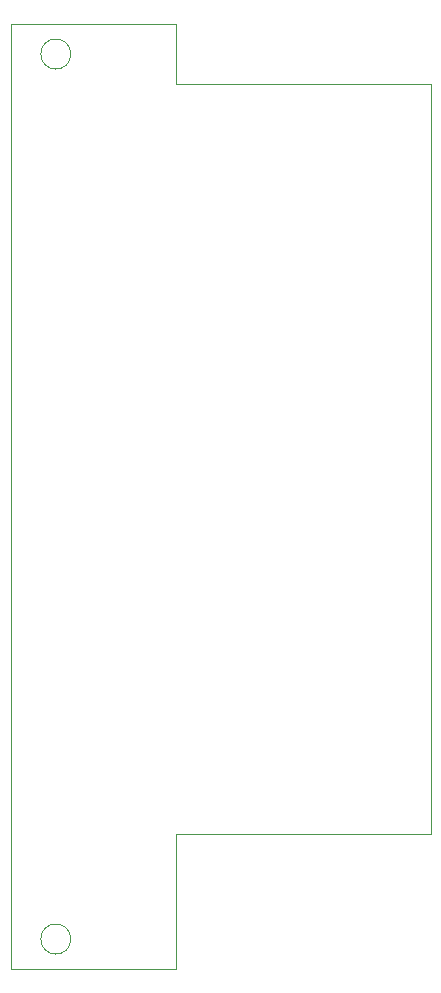
<source format=gbr>
%TF.GenerationSoftware,KiCad,Pcbnew,(5.1.9)-1*%
%TF.CreationDate,2021-07-27T17:11:53-05:00*%
%TF.ProjectId,THIS-Esquem_tico-KiCad,54484953-2d45-4737-9175-656de1746963,rev?*%
%TF.SameCoordinates,Original*%
%TF.FileFunction,Profile,NP*%
%FSLAX46Y46*%
G04 Gerber Fmt 4.6, Leading zero omitted, Abs format (unit mm)*
G04 Created by KiCad (PCBNEW (5.1.9)-1) date 2021-07-27 17:11:53*
%MOMM*%
%LPD*%
G01*
G04 APERTURE LIST*
%TA.AperFunction,Profile*%
%ADD10C,0.050000*%
%TD*%
G04 APERTURE END LIST*
D10*
X138430000Y-118110000D02*
X138430000Y-106680000D01*
X128270000Y-118110000D02*
X138430000Y-118110000D01*
X138430000Y-38100000D02*
X138430000Y-43180000D01*
X128270000Y-38100000D02*
X138430000Y-38100000D01*
X129540000Y-115570000D02*
G75*
G03*
X129540000Y-115570000I-1270000J0D01*
G01*
X129540000Y-40640000D02*
G75*
G03*
X129540000Y-40640000I-1270000J0D01*
G01*
X124460000Y-38100000D02*
X128270000Y-38100000D01*
X124460000Y-118110000D02*
X124460000Y-38100000D01*
X128270000Y-118110000D02*
X124460000Y-118110000D01*
X160020000Y-106680000D02*
X138430000Y-106680000D01*
X160020000Y-43180000D02*
X160020000Y-106680000D01*
X138430000Y-43180000D02*
X160020000Y-43180000D01*
M02*

</source>
